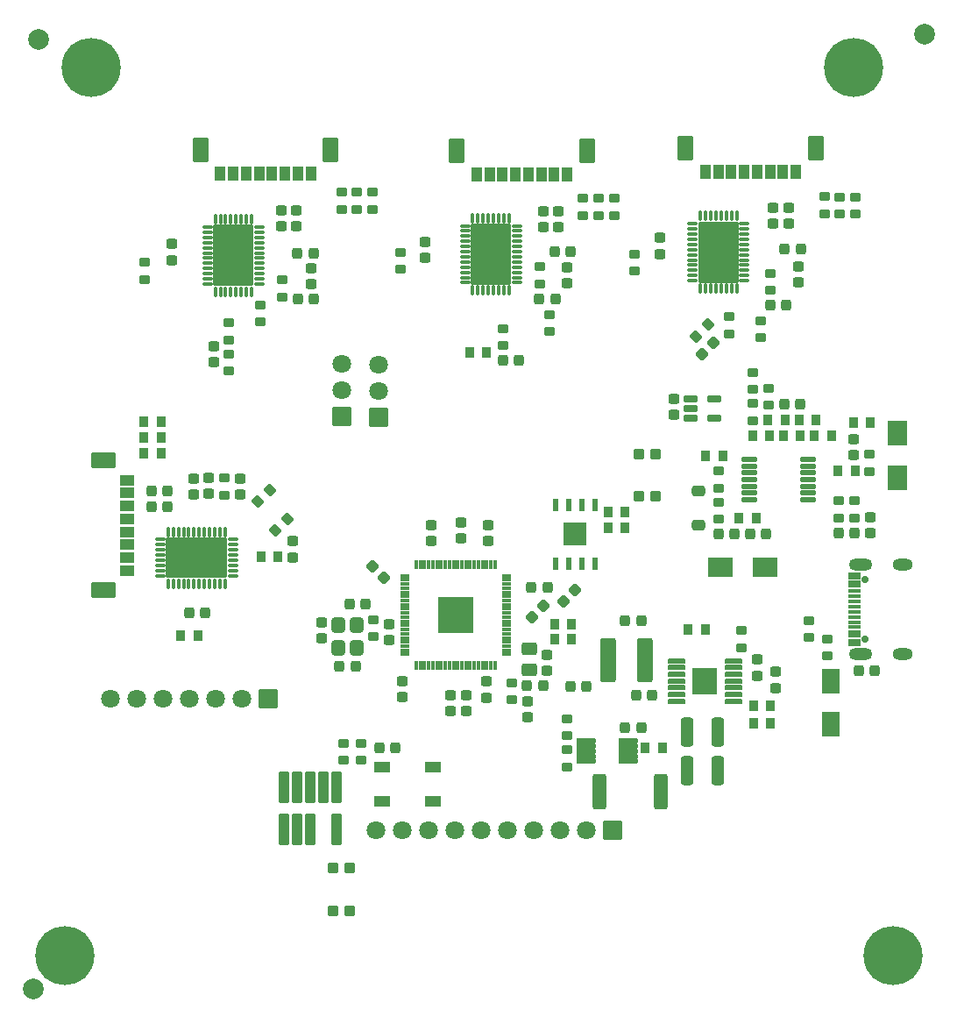
<source format=gts>
%TF.GenerationSoftware,KiCad,Pcbnew,9.0.5-9.0.5~ubuntu24.04.1*%
%TF.CreationDate,2025-10-12T15:57:20-07:00*%
%TF.ProjectId,motor_board,6d6f746f-725f-4626-9f61-72642e6b6963,1.3*%
%TF.SameCoordinates,Original*%
%TF.FileFunction,Soldermask,Top*%
%TF.FilePolarity,Negative*%
%FSLAX46Y46*%
G04 Gerber Fmt 4.6, Leading zero omitted, Abs format (unit mm)*
G04 Created by KiCad (PCBNEW 9.0.5-9.0.5~ubuntu24.04.1) date 2025-10-12 15:57:20*
%MOMM*%
%LPD*%
G01*
G04 APERTURE LIST*
G04 Aperture macros list*
%AMRoundRect*
0 Rectangle with rounded corners*
0 $1 Rounding radius*
0 $2 $3 $4 $5 $6 $7 $8 $9 X,Y pos of 4 corners*
0 Add a 4 corners polygon primitive as box body*
4,1,4,$2,$3,$4,$5,$6,$7,$8,$9,$2,$3,0*
0 Add four circle primitives for the rounded corners*
1,1,$1+$1,$2,$3*
1,1,$1+$1,$4,$5*
1,1,$1+$1,$6,$7*
1,1,$1+$1,$8,$9*
0 Add four rect primitives between the rounded corners*
20,1,$1+$1,$2,$3,$4,$5,0*
20,1,$1+$1,$4,$5,$6,$7,0*
20,1,$1+$1,$6,$7,$8,$9,0*
20,1,$1+$1,$8,$9,$2,$3,0*%
G04 Aperture macros list end*
%ADD10RoundRect,0.063500X0.800100X0.152400X-0.800100X0.152400X-0.800100X-0.152400X0.800100X-0.152400X0*%
%ADD11RoundRect,0.063500X1.155000X1.230000X-1.155000X1.230000X-1.155000X-1.230000X1.155000X-1.230000X0*%
%ADD12RoundRect,0.250400X0.250400X0.275400X-0.250400X0.275400X-0.250400X-0.275400X0.250400X-0.275400X0*%
%ADD13RoundRect,0.250400X-0.250400X-0.275400X0.250400X-0.275400X0.250400X0.275400X-0.250400X0.275400X0*%
%ADD14RoundRect,0.225400X0.300400X-0.225400X0.300400X0.225400X-0.300400X0.225400X-0.300400X-0.225400X0*%
%ADD15RoundRect,0.250400X0.275400X-0.250400X0.275400X0.250400X-0.275400X0.250400X-0.275400X-0.250400X0*%
%ADD16C,5.701600*%
%ADD17C,2.000000*%
%ADD18RoundRect,0.225400X0.225400X0.300400X-0.225400X0.300400X-0.225400X-0.300400X0.225400X-0.300400X0*%
%ADD19RoundRect,0.225400X-0.225400X-0.300400X0.225400X-0.300400X0.225400X0.300400X-0.225400X0.300400X0*%
%ADD20RoundRect,0.270735X0.392565X1.455065X-0.392565X1.455065X-0.392565X-1.455065X0.392565X-1.455065X0*%
%ADD21RoundRect,0.355555X0.445245X1.795245X-0.445245X1.795245X-0.445245X-1.795245X0.445245X-1.795245X0*%
%ADD22RoundRect,0.272087X-0.353713X-1.128713X0.353713X-1.128713X0.353713X1.128713X-0.353713X1.128713X0*%
%ADD23RoundRect,0.050800X0.889000X0.165100X-0.889000X0.165100X-0.889000X-0.165100X0.889000X-0.165100X0*%
%ADD24C,0.701600*%
%ADD25RoundRect,0.050800X0.575000X-0.300000X0.575000X0.300000X-0.575000X0.300000X-0.575000X-0.300000X0*%
%ADD26RoundRect,0.050800X0.575000X-0.150000X0.575000X0.150000X-0.575000X0.150000X-0.575000X-0.150000X0*%
%ADD27O,2.251600X1.151600*%
%ADD28O,1.951600X1.151600*%
%ADD29RoundRect,0.250400X0.371797X0.017678X0.017678X0.371797X-0.371797X-0.017678X-0.017678X-0.371797X0*%
%ADD30RoundRect,0.250400X-0.275400X0.250400X-0.275400X-0.250400X0.275400X-0.250400X0.275400X0.250400X0*%
%ADD31RoundRect,0.225400X-0.300400X0.225400X-0.300400X-0.225400X0.300400X-0.225400X0.300400X0.225400X0*%
%ADD32RoundRect,0.050800X-0.121236X-0.453033X0.121236X-0.453033X0.121236X0.453033X-0.121236X0.453033X0*%
%ADD33RoundRect,0.050800X-0.453033X0.121236X-0.453033X-0.121236X0.453033X-0.121236X0.453033X0.121236X0*%
%ADD34C,0.401600*%
%ADD35RoundRect,0.050800X-2.900000X1.900000X-2.900000X-1.900000X2.900000X-1.900000X2.900000X1.900000X0*%
%ADD36RoundRect,0.175400X-0.537900X-0.175400X0.537900X-0.175400X0.537900X0.175400X-0.537900X0.175400X0*%
%ADD37RoundRect,0.050800X-0.850000X0.850000X-0.850000X-0.850000X0.850000X-0.850000X0.850000X0.850000X0*%
%ADD38C,1.801600*%
%ADD39RoundRect,0.190740X0.676260X-1.016260X0.676260X1.016260X-0.676260X1.016260X-0.676260X-1.016260X0*%
%ADD40RoundRect,0.050800X0.121236X0.453033X-0.121236X0.453033X-0.121236X-0.453033X0.121236X-0.453033X0*%
%ADD41RoundRect,0.050800X1.900000X2.900000X-1.900000X2.900000X-1.900000X-2.900000X1.900000X-2.900000X0*%
%ADD42RoundRect,0.225400X-0.053033X0.371797X-0.371797X0.053033X0.053033X-0.371797X0.371797X-0.053033X0*%
%ADD43RoundRect,0.100160X-0.700640X-0.400640X0.700640X-0.400640X0.700640X0.400640X-0.700640X0.400640X0*%
%ADD44RoundRect,0.102000X-0.370000X-1.395000X0.370000X-1.395000X0.370000X1.395000X-0.370000X1.395000X0*%
%ADD45RoundRect,0.272087X-0.478713X0.353713X-0.478713X-0.353713X0.478713X-0.353713X0.478713X0.353713X0*%
%ADD46RoundRect,0.050800X-1.175000X0.850000X-1.175000X-0.850000X1.175000X-0.850000X1.175000X0.850000X0*%
%ADD47RoundRect,0.050800X0.450000X-0.450000X0.450000X0.450000X-0.450000X0.450000X-0.450000X-0.450000X0*%
%ADD48RoundRect,0.050800X-0.419100X-0.647700X0.419100X-0.647700X0.419100X0.647700X-0.419100X0.647700X0*%
%ADD49RoundRect,0.050800X-0.698500X-1.130300X0.698500X-1.130300X0.698500X1.130300X-0.698500X1.130300X0*%
%ADD50RoundRect,0.050800X0.850000X0.850000X-0.850000X0.850000X-0.850000X-0.850000X0.850000X-0.850000X0*%
%ADD51RoundRect,0.271166X-0.379634X0.479634X-0.379634X-0.479634X0.379634X-0.479634X0.379634X0.479634X0*%
%ADD52RoundRect,0.125400X0.662900X0.125400X-0.662900X0.125400X-0.662900X-0.125400X0.662900X-0.125400X0*%
%ADD53RoundRect,0.063500X-0.225000X0.525000X-0.225000X-0.525000X0.225000X-0.525000X0.225000X0.525000X0*%
%ADD54RoundRect,0.063500X-1.050000X-1.050000X1.050000X-1.050000X1.050000X1.050000X-1.050000X1.050000X0*%
%ADD55RoundRect,0.250400X0.017678X-0.371797X0.371797X-0.017678X-0.017678X0.371797X-0.371797X0.017678X0*%
%ADD56RoundRect,0.050800X-0.450000X0.450000X-0.450000X-0.450000X0.450000X-0.450000X0.450000X0.450000X0*%
%ADD57RoundRect,0.050800X-0.850000X-1.175000X0.850000X-1.175000X0.850000X1.175000X-0.850000X1.175000X0*%
%ADD58RoundRect,0.250400X-0.400400X0.250400X-0.400400X-0.250400X0.400400X-0.250400X0.400400X0.250400X0*%
%ADD59RoundRect,0.080400X-0.080400X-0.360400X0.080400X-0.360400X0.080400X0.360400X-0.080400X0.360400X0*%
%ADD60RoundRect,0.080400X-0.360400X0.080400X-0.360400X-0.080400X0.360400X-0.080400X0.360400X0.080400X0*%
%ADD61RoundRect,0.050800X-0.566666X0.566666X-0.566666X-0.566666X0.566666X-0.566666X0.566666X0.566666X0*%
%ADD62RoundRect,0.225400X0.053033X-0.371797X0.371797X-0.053033X-0.053033X0.371797X-0.371797X0.053033X0*%
%ADD63RoundRect,0.050800X0.647700X-0.419100X0.647700X0.419100X-0.647700X0.419100X-0.647700X-0.419100X0*%
%ADD64RoundRect,0.050800X1.130300X-0.698500X1.130300X0.698500X-1.130300X0.698500X-1.130300X-0.698500X0*%
%ADD65RoundRect,0.250400X-0.017678X0.371797X-0.371797X0.017678X0.017678X-0.371797X0.371797X-0.017678X0*%
%ADD66RoundRect,0.050800X0.850000X-0.850000X0.850000X0.850000X-0.850000X0.850000X-0.850000X-0.850000X0*%
G04 APERTURE END LIST*
D10*
X168004604Y-118740034D03*
X168004604Y-118090021D03*
X168004604Y-117440012D03*
X168004604Y-116790000D03*
X168004604Y-116139988D03*
X168004604Y-115489979D03*
X168004604Y-114839966D03*
X162467404Y-114839966D03*
X162467404Y-115489979D03*
X162467404Y-116139988D03*
X162467404Y-116790000D03*
X162467404Y-117440012D03*
X162467404Y-118090021D03*
X162467404Y-118740034D03*
D11*
X165236004Y-116790000D03*
D12*
X159069100Y-110973900D03*
X157519100Y-110973900D03*
D13*
X152225000Y-117300000D03*
X153775000Y-117300000D03*
X158603600Y-118152400D03*
X160153600Y-118152400D03*
D14*
X168776600Y-113579900D03*
X168776600Y-111929900D03*
D15*
X170237100Y-116260400D03*
X170237100Y-114710400D03*
D16*
X105946000Y-57564100D03*
X103426000Y-143294000D03*
X183426100Y-143294100D03*
X179606000Y-57564000D03*
D17*
X100330000Y-146558000D03*
D13*
X180100000Y-115800000D03*
X181650000Y-115800000D03*
D18*
X171570100Y-119168400D03*
X169920100Y-119168400D03*
D15*
X172015100Y-117466900D03*
X172015100Y-115916900D03*
D19*
X163619100Y-111773900D03*
X165269100Y-111773900D03*
X169920100Y-120882900D03*
X171570100Y-120882900D03*
D20*
X160962500Y-127500000D03*
X155037500Y-127500000D03*
D21*
X159464100Y-114786900D03*
X155864100Y-114786900D03*
D22*
X163507004Y-121743000D03*
X166457004Y-121743000D03*
X163507004Y-125454900D03*
X166457004Y-125454900D03*
D18*
X161119100Y-123223900D03*
X159469100Y-123223900D03*
D23*
X157838800Y-124549901D03*
X157838800Y-124049899D03*
X157838800Y-123549900D03*
X157838800Y-123049901D03*
X157838800Y-122549899D03*
X153749400Y-122549899D03*
X153749400Y-123049901D03*
X153749400Y-123549900D03*
X153749400Y-124049899D03*
X153749400Y-124549901D03*
D13*
X157519100Y-121323900D03*
X159069100Y-121323900D03*
D24*
X180735000Y-112735000D03*
X180735000Y-106965000D03*
D25*
X179660000Y-113050000D03*
X179660000Y-112250000D03*
D26*
X179660000Y-111100000D03*
X179660000Y-110100000D03*
X179660000Y-109600000D03*
X179660000Y-108600000D03*
D25*
X179660000Y-107450000D03*
X179660000Y-106650000D03*
D26*
X179660000Y-108100000D03*
X179660000Y-109100000D03*
X179660000Y-110600000D03*
X179660000Y-111600000D03*
D27*
X180235000Y-114170000D03*
D28*
X184375000Y-114170000D03*
D27*
X180235000Y-105530000D03*
D28*
X184375000Y-105530000D03*
D29*
X134217108Y-106846908D03*
X133121092Y-105750892D03*
D13*
X125897132Y-79926933D03*
X127447132Y-79926933D03*
D30*
X140650000Y-118175000D03*
X140650000Y-119725000D03*
D15*
X115823592Y-98815914D03*
X115823592Y-97265914D03*
D14*
X158400000Y-77225000D03*
X158400000Y-75575000D03*
D13*
X125847132Y-75451933D03*
X127397132Y-75451933D03*
D31*
X122300000Y-80475000D03*
X122300000Y-82125000D03*
D19*
X150719100Y-112773900D03*
X152369100Y-112773900D03*
D18*
X181219100Y-91873900D03*
X179569100Y-91873900D03*
D31*
X124397132Y-78051933D03*
X124397132Y-79701933D03*
D17*
X186436000Y-54356000D03*
D30*
X160847132Y-74001933D03*
X160847132Y-75551933D03*
D15*
X141694100Y-102998900D03*
X141694100Y-101448900D03*
D18*
X116225000Y-112400000D03*
X114575000Y-112400000D03*
D32*
X118866637Y-102380330D03*
X118366638Y-102380330D03*
X117866636Y-102380330D03*
X117366637Y-102380330D03*
X116866638Y-102380330D03*
X116366637Y-102380330D03*
X115866637Y-102380330D03*
X115366636Y-102380330D03*
X114866637Y-102380330D03*
X114366638Y-102380330D03*
X113866636Y-102380330D03*
X113366637Y-102380330D03*
D33*
X112613604Y-103133364D03*
X112613604Y-103633363D03*
X112613604Y-104133362D03*
X112613604Y-104633363D03*
X112613604Y-105133363D03*
X112613604Y-105633364D03*
X112613604Y-106133363D03*
X112613604Y-106633362D03*
D32*
X113366637Y-107386396D03*
X113866636Y-107386396D03*
X114366638Y-107386396D03*
X114866637Y-107386396D03*
X115366636Y-107386396D03*
X115866637Y-107386396D03*
X116366637Y-107386396D03*
X116866638Y-107386396D03*
X117366637Y-107386396D03*
X117866636Y-107386396D03*
X118366638Y-107386396D03*
X118866637Y-107386396D03*
D33*
X119619670Y-106633362D03*
X119619670Y-106133363D03*
X119619670Y-105633364D03*
X119619670Y-105133363D03*
X119619670Y-104633363D03*
X119619670Y-104133362D03*
X119619670Y-103633363D03*
X119619670Y-103133364D03*
D34*
X117366637Y-103383363D03*
X116116637Y-103383363D03*
X114866637Y-103383363D03*
X118616637Y-104383363D03*
X117366637Y-104383363D03*
X116116637Y-104383363D03*
X114866637Y-104383363D03*
X113616637Y-104383363D03*
D35*
X116116637Y-104883363D03*
D34*
X118616637Y-105383363D03*
X117366637Y-105383363D03*
X116116637Y-105383363D03*
X114866637Y-105383363D03*
X113616637Y-105383363D03*
X117366637Y-106383363D03*
X116116637Y-106383363D03*
X114866637Y-106383363D03*
D14*
X166594100Y-98148900D03*
X166594100Y-96498900D03*
D13*
X111773592Y-98465914D03*
X113323592Y-98465914D03*
D36*
X163862500Y-89550000D03*
X163862500Y-90500000D03*
X163862500Y-91450000D03*
X166137500Y-91450000D03*
X166137500Y-89550000D03*
D31*
X119222132Y-85201933D03*
X119222132Y-86851933D03*
D19*
X150719100Y-111273900D03*
X152369100Y-111273900D03*
D15*
X125438605Y-104836395D03*
X125438605Y-103286395D03*
D18*
X170169100Y-101073900D03*
X168519100Y-101073900D03*
X112688605Y-93261395D03*
X111038605Y-93261395D03*
D14*
X177032000Y-114387000D03*
X177032000Y-112737000D03*
D30*
X125757132Y-71301933D03*
X125757132Y-72851933D03*
D37*
X122996637Y-118483363D03*
D38*
X120456637Y-118483363D03*
X117916637Y-118483363D03*
X115376637Y-118483363D03*
X112836637Y-118483363D03*
X110296637Y-118483363D03*
X107756637Y-118483363D03*
D14*
X176797132Y-71676933D03*
X176797132Y-70026933D03*
D19*
X169819100Y-93073900D03*
X171469100Y-93073900D03*
D31*
X170600000Y-81975000D03*
X170600000Y-83625000D03*
D19*
X172819100Y-93073900D03*
X174469100Y-93073900D03*
D39*
X177400000Y-116850000D03*
X177400000Y-120950000D03*
D30*
X113747132Y-74601933D03*
X113747132Y-76151933D03*
D12*
X132444100Y-109323900D03*
X130894100Y-109323900D03*
D33*
X147050165Y-78326933D03*
X147050165Y-77826934D03*
X147050165Y-77326932D03*
X147050165Y-76826933D03*
X147050165Y-76326934D03*
X147050165Y-75826933D03*
X147050165Y-75326933D03*
X147050165Y-74826932D03*
X147050165Y-74326933D03*
X147050165Y-73826934D03*
X147050165Y-73326932D03*
X147050165Y-72826933D03*
D40*
X146297131Y-72073900D03*
X145797132Y-72073900D03*
X145297133Y-72073900D03*
X144797132Y-72073900D03*
X144297132Y-72073900D03*
X143797131Y-72073900D03*
X143297132Y-72073900D03*
X142797133Y-72073900D03*
D33*
X142044099Y-72826933D03*
X142044099Y-73326932D03*
X142044099Y-73826934D03*
X142044099Y-74326933D03*
X142044099Y-74826932D03*
X142044099Y-75326933D03*
X142044099Y-75826933D03*
X142044099Y-76326934D03*
X142044099Y-76826933D03*
X142044099Y-77326932D03*
X142044099Y-77826934D03*
X142044099Y-78326933D03*
D40*
X142797133Y-79079966D03*
X143297132Y-79079966D03*
X143797131Y-79079966D03*
X144297132Y-79079966D03*
X144797132Y-79079966D03*
X145297133Y-79079966D03*
X145797132Y-79079966D03*
X146297131Y-79079966D03*
D34*
X146047132Y-76826933D03*
X146047132Y-75576933D03*
X146047132Y-74326933D03*
X145047132Y-78076933D03*
X145047132Y-76826933D03*
X145047132Y-75576933D03*
X145047132Y-74326933D03*
X145047132Y-73076933D03*
D41*
X144547132Y-75576933D03*
D34*
X144047132Y-78076933D03*
X144047132Y-76826933D03*
X144047132Y-75576933D03*
X144047132Y-74326933D03*
X144047132Y-73076933D03*
X143047132Y-76826933D03*
X143047132Y-75576933D03*
X143047132Y-74326933D03*
D30*
X173322132Y-71051933D03*
X173322132Y-72601933D03*
X128200000Y-111125000D03*
X128200000Y-112675000D03*
D19*
X175819100Y-93073900D03*
X177469100Y-93073900D03*
D12*
X174419100Y-90073900D03*
X172869100Y-90073900D03*
D18*
X157519100Y-100473900D03*
X155869100Y-100473900D03*
D15*
X144294100Y-103248900D03*
X144294100Y-101698900D03*
D13*
X111773592Y-99965914D03*
X113323592Y-99965914D03*
D15*
X138794100Y-103248900D03*
X138794100Y-101698900D03*
D31*
X169844100Y-89998900D03*
X169844100Y-91648900D03*
X178112850Y-99398900D03*
X178112850Y-101048900D03*
D19*
X122338605Y-104786395D03*
X123988605Y-104786395D03*
D30*
X135994100Y-116798900D03*
X135994100Y-118348900D03*
D12*
X131469100Y-115373900D03*
X129919100Y-115373900D03*
D14*
X130122132Y-71251933D03*
X130122132Y-69601933D03*
D12*
X171119100Y-102573900D03*
X169569100Y-102573900D03*
D30*
X134750000Y-111298900D03*
X134750000Y-112848900D03*
D31*
X119222132Y-82201933D03*
X119222132Y-83851933D03*
D42*
X165530495Y-82368570D03*
X164363769Y-83535296D03*
D43*
X134044100Y-125123900D03*
X134044100Y-128423900D03*
X138944100Y-128423900D03*
X138944100Y-125123900D03*
D13*
X166569100Y-102573900D03*
X168119100Y-102573900D03*
D30*
X179619100Y-93448900D03*
X179619100Y-94998900D03*
D13*
X150719100Y-75323900D03*
X152269100Y-75323900D03*
X149219100Y-79873900D03*
X150769100Y-79873900D03*
D18*
X112698592Y-94765914D03*
X111048592Y-94765914D03*
D13*
X172922132Y-75076933D03*
X174472132Y-75076933D03*
D31*
X181119100Y-94898900D03*
X181119100Y-96548900D03*
D30*
X162200000Y-89550000D03*
X162200000Y-91100000D03*
D14*
X175300000Y-112600000D03*
X175300000Y-110950000D03*
D44*
X124547500Y-131141400D03*
X124547500Y-127071400D03*
X125817500Y-131141400D03*
X125817500Y-127071400D03*
X127087500Y-131141400D03*
X127087500Y-127071400D03*
X128357500Y-127071400D03*
X129627500Y-131141400D03*
X129627500Y-127071400D03*
D45*
X148294100Y-113648900D03*
X148294100Y-115698900D03*
D14*
X146594100Y-118598900D03*
X146594100Y-116948900D03*
D31*
X149244100Y-76798900D03*
X149244100Y-78448900D03*
D46*
X171060694Y-105800000D03*
X166760694Y-105800000D03*
D47*
X158844100Y-94873900D03*
X158844100Y-98973900D03*
X160444100Y-94873900D03*
X160444100Y-98973900D03*
D48*
X151919100Y-67868100D03*
X150669100Y-67868100D03*
X149419100Y-67868100D03*
X148169100Y-67868100D03*
X146919100Y-67868100D03*
X145669100Y-67868100D03*
X144419100Y-67868100D03*
X143169100Y-67868100D03*
D49*
X141269099Y-65573210D03*
X153819101Y-65573210D03*
D13*
X171522132Y-80476933D03*
X173072132Y-80476933D03*
D14*
X154919100Y-71848900D03*
X154919100Y-70198900D03*
X118800000Y-98825000D03*
X118800000Y-97175000D03*
D18*
X144119100Y-85073900D03*
X142469100Y-85073900D03*
D14*
X131622132Y-71251933D03*
X131622132Y-69601933D03*
X179644100Y-101048900D03*
X179644100Y-99398900D03*
D13*
X148044100Y-117273900D03*
X149594100Y-117273900D03*
D18*
X179719100Y-96473900D03*
X178069100Y-96473900D03*
D12*
X179669100Y-102473900D03*
X178119100Y-102473900D03*
D17*
X100838000Y-54864000D03*
D18*
X112688605Y-91761395D03*
X111038605Y-91761395D03*
D19*
X174319100Y-91573900D03*
X175969100Y-91573900D03*
D30*
X148069100Y-118723900D03*
X148069100Y-120273900D03*
D14*
X133097132Y-71251933D03*
X133097132Y-69601933D03*
X132044100Y-124436400D03*
X132044100Y-122786400D03*
X135800000Y-77025000D03*
X135800000Y-75375000D03*
D30*
X124297132Y-71301933D03*
X124297132Y-72851933D03*
D31*
X171547132Y-77401933D03*
X171547132Y-79051933D03*
D50*
X133700000Y-91290000D03*
D38*
X133700000Y-88750000D03*
X133700000Y-86210000D03*
D30*
X171822132Y-71051933D03*
X171822132Y-72601933D03*
D31*
X169844100Y-86998900D03*
X169844100Y-88648900D03*
D18*
X166969100Y-95023900D03*
X165319100Y-95023900D03*
D12*
X150019100Y-107723900D03*
X148469100Y-107723900D03*
D51*
X129844100Y-111373900D03*
X129844100Y-113573900D03*
X131544100Y-113573900D03*
X131544100Y-111373900D03*
D31*
X150200000Y-81400000D03*
X150200000Y-83050000D03*
D30*
X127197132Y-76926933D03*
X127197132Y-78476933D03*
D52*
X175206600Y-99273900D03*
X175206600Y-98623900D03*
X175206600Y-97973900D03*
X175206600Y-97323900D03*
X175206600Y-96673900D03*
X175206600Y-96023900D03*
X175206600Y-95373900D03*
X169481600Y-95373900D03*
X169481600Y-96023900D03*
X169481600Y-96673900D03*
X169481600Y-97323900D03*
X169481600Y-97973900D03*
X169481600Y-98623900D03*
X169481600Y-99273900D03*
D30*
X142150000Y-118175000D03*
X142150000Y-119725000D03*
D53*
X154599100Y-99773900D03*
X153329100Y-99773900D03*
X152059100Y-99773900D03*
X150789100Y-99773900D03*
X150789100Y-105473900D03*
X152059100Y-105473900D03*
X153329100Y-105473900D03*
X154599100Y-105473900D03*
D54*
X152694100Y-102623900D03*
D13*
X133794100Y-123273900D03*
X135344100Y-123273900D03*
D14*
X133194100Y-112498900D03*
X133194100Y-110848900D03*
D30*
X117747132Y-84476933D03*
X117747132Y-86026933D03*
D48*
X174022132Y-67651933D03*
X172772132Y-67651933D03*
X171522132Y-67651933D03*
X170272132Y-67651933D03*
X169022132Y-67651933D03*
X167772132Y-67651933D03*
X166522132Y-67651933D03*
X165272132Y-67651933D03*
D49*
X163372131Y-65357043D03*
X175922133Y-65357043D03*
D33*
X169050165Y-78126933D03*
X169050165Y-77626934D03*
X169050165Y-77126932D03*
X169050165Y-76626933D03*
X169050165Y-76126934D03*
X169050165Y-75626933D03*
X169050165Y-75126933D03*
X169050165Y-74626932D03*
X169050165Y-74126933D03*
X169050165Y-73626934D03*
X169050165Y-73126932D03*
X169050165Y-72626933D03*
D40*
X168297131Y-71873900D03*
X167797132Y-71873900D03*
X167297133Y-71873900D03*
X166797132Y-71873900D03*
X166297132Y-71873900D03*
X165797131Y-71873900D03*
X165297132Y-71873900D03*
X164797133Y-71873900D03*
D33*
X164044099Y-72626933D03*
X164044099Y-73126932D03*
X164044099Y-73626934D03*
X164044099Y-74126933D03*
X164044099Y-74626932D03*
X164044099Y-75126933D03*
X164044099Y-75626933D03*
X164044099Y-76126934D03*
X164044099Y-76626933D03*
X164044099Y-77126932D03*
X164044099Y-77626934D03*
X164044099Y-78126933D03*
D40*
X164797133Y-78879966D03*
X165297132Y-78879966D03*
X165797131Y-78879966D03*
X166297132Y-78879966D03*
X166797132Y-78879966D03*
X167297133Y-78879966D03*
X167797132Y-78879966D03*
X168297131Y-78879966D03*
D34*
X168047132Y-76626933D03*
X168047132Y-75376933D03*
X168047132Y-74126933D03*
X167047132Y-77876933D03*
X167047132Y-76626933D03*
X167047132Y-75376933D03*
X167047132Y-74126933D03*
X167047132Y-72876933D03*
D41*
X166547132Y-75376933D03*
D34*
X166047132Y-77876933D03*
X166047132Y-76626933D03*
X166047132Y-75376933D03*
X166047132Y-74126933D03*
X166047132Y-72876933D03*
X165047132Y-76626933D03*
X165047132Y-75376933D03*
X165047132Y-74126933D03*
D55*
X148546092Y-110596908D03*
X149642108Y-109500892D03*
D56*
X130940425Y-138957500D03*
X130940425Y-134857500D03*
X129340425Y-138957500D03*
X129340425Y-134857500D03*
D14*
X111100000Y-78025000D03*
X111100000Y-76375000D03*
X179747132Y-71701933D03*
X179747132Y-70051933D03*
D13*
X115388605Y-110186395D03*
X116938605Y-110186395D03*
D57*
X183844100Y-92873900D03*
X183844100Y-97173900D03*
D13*
X145719100Y-85823900D03*
X147269100Y-85823900D03*
D30*
X149994100Y-114248900D03*
X149994100Y-115798900D03*
D19*
X171319100Y-91573900D03*
X172969100Y-91573900D03*
D30*
X151894100Y-76848900D03*
X151894100Y-78398900D03*
D50*
X130150000Y-91280000D03*
D38*
X130150000Y-88740000D03*
X130150000Y-86200000D03*
D30*
X181169100Y-100948900D03*
X181169100Y-102498900D03*
X138194100Y-74398900D03*
X138194100Y-75948900D03*
D33*
X122175165Y-78451933D03*
X122175165Y-77951934D03*
X122175165Y-77451932D03*
X122175165Y-76951933D03*
X122175165Y-76451934D03*
X122175165Y-75951933D03*
X122175165Y-75451933D03*
X122175165Y-74951932D03*
X122175165Y-74451933D03*
X122175165Y-73951934D03*
X122175165Y-73451932D03*
X122175165Y-72951933D03*
D40*
X121422131Y-72198900D03*
X120922132Y-72198900D03*
X120422133Y-72198900D03*
X119922132Y-72198900D03*
X119422132Y-72198900D03*
X118922131Y-72198900D03*
X118422132Y-72198900D03*
X117922133Y-72198900D03*
D33*
X117169099Y-72951933D03*
X117169099Y-73451932D03*
X117169099Y-73951934D03*
X117169099Y-74451933D03*
X117169099Y-74951932D03*
X117169099Y-75451933D03*
X117169099Y-75951933D03*
X117169099Y-76451934D03*
X117169099Y-76951933D03*
X117169099Y-77451932D03*
X117169099Y-77951934D03*
X117169099Y-78451933D03*
D40*
X117922133Y-79204966D03*
X118422132Y-79204966D03*
X118922131Y-79204966D03*
X119422132Y-79204966D03*
X119922132Y-79204966D03*
X120422133Y-79204966D03*
X120922132Y-79204966D03*
X121422131Y-79204966D03*
D34*
X121172132Y-76951933D03*
X121172132Y-75701933D03*
X121172132Y-74451933D03*
X120172132Y-78201933D03*
X120172132Y-76951933D03*
X120172132Y-75701933D03*
X120172132Y-74451933D03*
X120172132Y-73201933D03*
D41*
X119672132Y-75701933D03*
D34*
X119172132Y-78201933D03*
X119172132Y-76951933D03*
X119172132Y-75701933D03*
X119172132Y-74451933D03*
X119172132Y-73201933D03*
X118172132Y-76951933D03*
X118172132Y-75701933D03*
X118172132Y-74451933D03*
D30*
X174297132Y-76751933D03*
X174297132Y-78301933D03*
D31*
X167597132Y-81601933D03*
X167597132Y-83251933D03*
X166594100Y-99498900D03*
X166594100Y-101148900D03*
X171344100Y-88498900D03*
X171344100Y-90148900D03*
D14*
X178272132Y-71701933D03*
X178272132Y-70051933D03*
X153394100Y-71848900D03*
X153394100Y-70198900D03*
D30*
X144144100Y-116848900D03*
X144144100Y-118398900D03*
D15*
X117300000Y-98675000D03*
X117300000Y-97125000D03*
D31*
X151894100Y-123448900D03*
X151894100Y-125098900D03*
D19*
X155869100Y-101973900D03*
X157519100Y-101973900D03*
D58*
X164644100Y-98473900D03*
X164644100Y-101773900D03*
D30*
X149584100Y-71398900D03*
X149584100Y-72948900D03*
D15*
X120300000Y-98775000D03*
X120300000Y-97225000D03*
D59*
X144944100Y-105527400D03*
X144544100Y-105527400D03*
X144144100Y-105527400D03*
X143744100Y-105527400D03*
X143344100Y-105527400D03*
X142944100Y-105527400D03*
X142544100Y-105527400D03*
X142144100Y-105527400D03*
X141744100Y-105527400D03*
X141344100Y-105527400D03*
X140944100Y-105527400D03*
X140544100Y-105527400D03*
X140144100Y-105527400D03*
X139744100Y-105527400D03*
X139344100Y-105527400D03*
X138944100Y-105527400D03*
X138544100Y-105527400D03*
X138144100Y-105527400D03*
X137744100Y-105527400D03*
X137344100Y-105527400D03*
D60*
X136247600Y-106623900D03*
X136247600Y-107023900D03*
X136247600Y-107423900D03*
X136247600Y-107823900D03*
X136247600Y-108223900D03*
X136247600Y-108623900D03*
X136247600Y-109023900D03*
X136247600Y-109423900D03*
X136247600Y-109823900D03*
X136247600Y-110223900D03*
X136247600Y-110623900D03*
X136247600Y-111023900D03*
X136247600Y-111423900D03*
X136247600Y-111823900D03*
X136247600Y-112223900D03*
X136247600Y-112623900D03*
X136247600Y-113023900D03*
X136247600Y-113423900D03*
X136247600Y-113823900D03*
X136247600Y-114223900D03*
D59*
X137344100Y-115320400D03*
X137744100Y-115320400D03*
X138144100Y-115320400D03*
X138544100Y-115320400D03*
X138944100Y-115320400D03*
X139344100Y-115320400D03*
X139744100Y-115320400D03*
X140144100Y-115320400D03*
X140544100Y-115320400D03*
X140944100Y-115320400D03*
X141344100Y-115320400D03*
X141744100Y-115320400D03*
X142144100Y-115320400D03*
X142544100Y-115320400D03*
X142944100Y-115320400D03*
X143344100Y-115320400D03*
X143744100Y-115320400D03*
X144144100Y-115320400D03*
X144544100Y-115320400D03*
X144944100Y-115320400D03*
D60*
X146040600Y-114223900D03*
X146040600Y-113823900D03*
X146040600Y-113423900D03*
X146040600Y-113023900D03*
X146040600Y-112623900D03*
X146040600Y-112223900D03*
X146040600Y-111823900D03*
X146040600Y-111423900D03*
X146040600Y-111023900D03*
X146040600Y-110623900D03*
X146040600Y-110223900D03*
X146040600Y-109823900D03*
X146040600Y-109423900D03*
X146040600Y-109023900D03*
X146040600Y-108623900D03*
X146040600Y-108223900D03*
X146040600Y-107823900D03*
X146040600Y-107423900D03*
X146040600Y-107023900D03*
X146040600Y-106623900D03*
D24*
X142277433Y-109290567D03*
D61*
X142277433Y-109290567D03*
D24*
X141144100Y-109290567D03*
D61*
X141144100Y-109290567D03*
D24*
X140010767Y-109290567D03*
D61*
X140010767Y-109290567D03*
D24*
X142277433Y-110423900D03*
D61*
X142277433Y-110423900D03*
D24*
X141144100Y-110423900D03*
D61*
X141144100Y-110423900D03*
D24*
X140010767Y-110423900D03*
D61*
X140010767Y-110423900D03*
D24*
X142277433Y-111557233D03*
D61*
X142277433Y-111557233D03*
D24*
X141144100Y-111557233D03*
D61*
X141144100Y-111557233D03*
D24*
X140010767Y-111557233D03*
D61*
X140010767Y-111557233D03*
D31*
X145744100Y-82748900D03*
X145744100Y-84398900D03*
D62*
X122016637Y-99483363D03*
X123183363Y-98316637D03*
D63*
X109373592Y-97390914D03*
X109373592Y-98640914D03*
X109373592Y-99890914D03*
X109373592Y-101140914D03*
X109373592Y-102390914D03*
X109373592Y-103640914D03*
X109373592Y-104890914D03*
X109373592Y-106140914D03*
D64*
X107078702Y-108040915D03*
X107078702Y-95490913D03*
D62*
X123716637Y-102283363D03*
X124883363Y-101116637D03*
D65*
X152692108Y-107975892D03*
X151596092Y-109071908D03*
D48*
X127147132Y-67796133D03*
X125897132Y-67796133D03*
X124647132Y-67796133D03*
X123397132Y-67796133D03*
X122147132Y-67796133D03*
X120897132Y-67796133D03*
X119647132Y-67796133D03*
X118397132Y-67796133D03*
D49*
X116497131Y-65501243D03*
X129047133Y-65501243D03*
D30*
X151094100Y-71398900D03*
X151094100Y-72948900D03*
D14*
X130294100Y-124436400D03*
X130294100Y-122786400D03*
X151894100Y-122098900D03*
X151894100Y-120448900D03*
X156444100Y-71848900D03*
X156444100Y-70198900D03*
D65*
X166020140Y-84103925D03*
X164924124Y-85199941D03*
D66*
X156282000Y-131200000D03*
D38*
X153742000Y-131200000D03*
X151202000Y-131200000D03*
X148662000Y-131200000D03*
X146122000Y-131200000D03*
X143582000Y-131200000D03*
X141042000Y-131200000D03*
X138502000Y-131200000D03*
X135962000Y-131200000D03*
X133422000Y-131200000D03*
M02*

</source>
